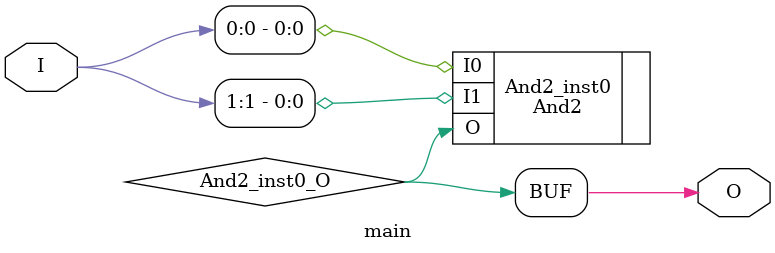
<source format=v>
module main (input [1:0] I, output  O);
wire  And2_inst0_O;
And2 And2_inst0 (.I0(I[0]), .I1(I[1]), .O(And2_inst0_O));
assign O = And2_inst0_O;
endmodule


</source>
